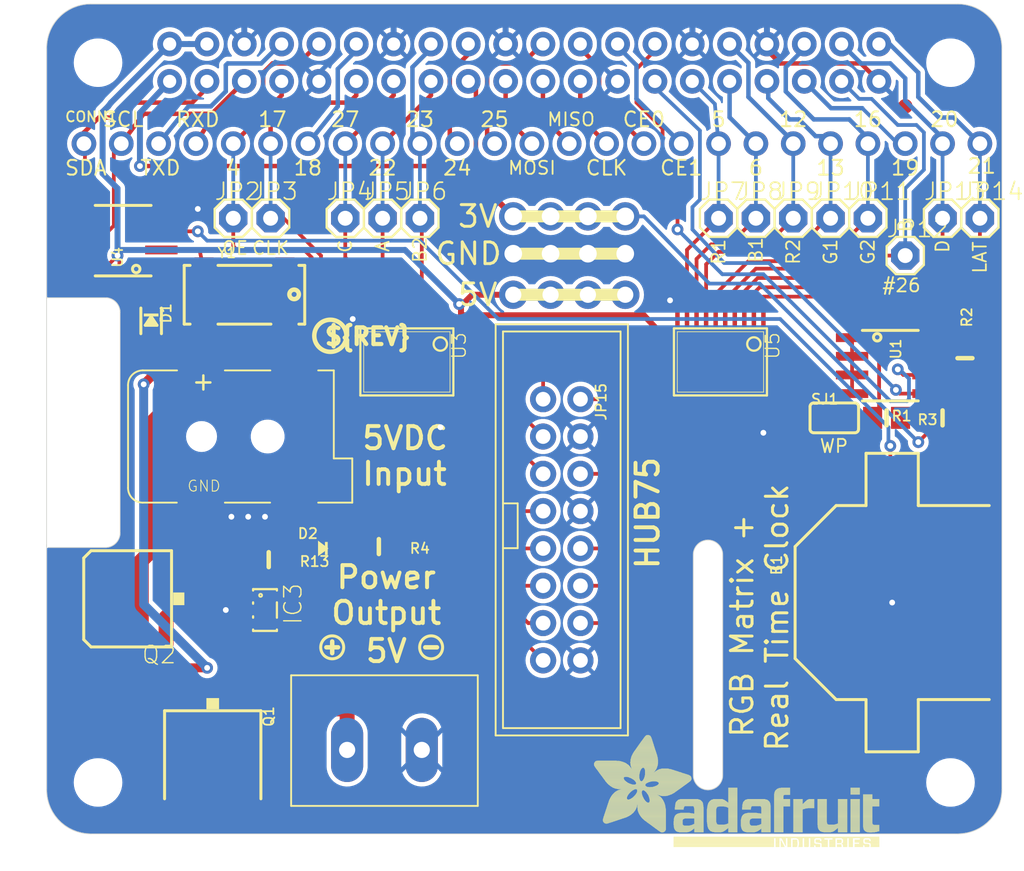
<source format=kicad_pcb>
(kicad_pcb (version 20221018) (generator pcbnew)
  (layers (0 "F.Cu" signal) (31 "B.Cu" signal) (34 "B.Paste" user) (35 "F.Paste" user) (36 "B.SilkS" user "B.Silkscreen") (37 "F.SilkS" user "F.Silkscreen") (38 "B.Mask" user) (39 "F.Mask" user) (44 "Edge.Cuts" user))
  (net 0 "")
  (net 1 "5.0V")
  (net 2 "SDA")
  (net 3 "SCL")
  (net 4 "GPIO4")
  (net 5 "GPIO17")
  (net 6 "GPIO27")
  (net 7 "GPIO22")
  (net 8 "SPI_MOSI")
  (net 9 "SPI_MISO")
  (net 10 "SPI_SCLK")
  (net 11 "GPIO5")
  (net 12 "GPIO6")
  (net 13 "GPIO13")
  (net 14 "GPIO19")
  (net 15 "GPIO26")
  (net 16 "3.3V")
  (net 17 "GND")
  (net 18 "TXD")
  (net 19 "RXD")
  (net 20 "GPIO18")
  (net 21 "GPIO24")
  (net 22 "GPIO25")
  (net 23 "SPI_CE0")
  (net 24 "SPI_CE1")
  (net 25 "EECLK")
  (net 26 "GPIO16")
  (net 27 "GPIO20")
  (net 28 "GPIO21")
  (net 29 "GPIO23")
  (net 30 "EEDATA")
  (net 31 "GPIO12")
  (net 32 "N$16")
  (net 33 "M1_R1")
  (net 34 "M1_B1")
  (net 35 "M1_R2")
  (net 36 "M1_B2")
  (net 37 "M1_A")
  (net 38 "M1_C")
  (net 39 "CLK")
  (net 40 "OE")
  (net 41 "LAT")
  (net 42 "M1_D")
  (net 43 "M1_B")
  (net 44 "M1_G2")
  (net 45 "M1_G1")
  (net 46 "N$14")
  (net 47 "N$1")
  (net 48 "N$6")
  (net 49 "5VIN")
  (net 50 "N$5")
  (net 51 "N$7")
  (net 52 "N$2")
  (net 53 "N$3")
  (net 54 "+5V")
  (net 55 "N$4")
  (footprint "working:1X01" (layer "F.Cu") (at 161.7211 91.3436)
    (fp_text reference "JP7")
    (fp_text value "")
  )
  (footprint "working:0805-NO" (layer "F.Cu") (at 173.1511 104.9326)
    (fp_text reference "R3")
    (fp_text value "3.9K")
  )
  (footprint "working:SOT23-6" (layer "F.Cu") (at 130.8601 118.0136 -90)
    (fp_text reference "IC3")
    (fp_text value "MAX4866T")
  )
  (footprint "working:1X01" (layer "F.Cu") (at 179.5011 91.3436)
    (fp_text reference "JP14")
    (fp_text value "")
  )
  (footprint "working:SOIC8_150MIL" (layer "F.Cu") (at 121.2081 92.8676 90)
    (fp_text reference "U4")
    (fp_text value "DS1307")
  )
  (footprint "working:1X25_ROUND_70MIL" (layer "F.Cu") (at 149.0211 86.2636)
    (fp_text reference "CONN1")
    (fp_text value "HEADER-1X25")
  )
  (footprint "working:1X01" (layer "F.Cu") (at 166.8011 91.3436)
    (fp_text reference "JP9")
    (fp_text value "")
  )
  (footprint "working:1X01" (layer "F.Cu") (at 174.4211 93.8836)
    (fp_text reference "JP12")
    (fp_text value "")
  )
  (footprint "working:FIDUCIAL_1MM" (layer "F.Cu") (at 120.3191 123.7286)
    (fp_text reference "FID2" hide)
    (fp_text value "FIDUCIAL\"\"" hide)
  )
  (footprint "working:1X01" (layer "F.Cu") (at 138.8611 91.3436)
    (fp_text reference "JP5")
    (fp_text value "")
  )
  (footprint "working:FIDUCIAL_1MM" (layer "F.Cu") (at 174.4211 83.7236)
    (fp_text reference "FID3" hide)
    (fp_text value "FIDUCIAL\"\"" hide)
  )
  (footprint "working:CR1220" (layer "F.Cu") (at 173.5321 117.5056 -90)
    (fp_text reference "B1")
    (fp_text value "CR1220")
  )
  (footprint "working:0805-NO" (layer "F.Cu") (at 131.1141 114.5846)
    (fp_text reference "R13")
    (fp_text value "1K")
  )
  (footprint "working:0805-NO" (layer "F.Cu") (at 178.4851 100.8686 90)
    (fp_text reference "R2")
    (fp_text value "3.9K")
  )
  (footprint "working:CRYSTAL_8X3.8" (layer "F.Cu") (at 129.4631 96.5506)
    (fp_text reference "Y1")
    (fp_text value "32.768kHz")
  )
  (footprint "working:1X01" (layer "F.Cu") (at 131.2411 91.3436)
    (fp_text reference "JP3")
    (fp_text value "")
  )
  (footprint "working:SOIC8_150MIL" (layer "F.Cu") (at 173.4051 101.3766 -90)
    (fp_text reference "U1")
    (fp_text value "CAT24C32")
  )
  (footprint "working:1X01" (layer "F.Cu") (at 169.3411 91.3436)
    (fp_text reference "JP10")
    (fp_text value "")
  )
  (footprint "working:SYMBOL_PLUS" (layer "F.Cu") (at 135.4321 120.5536)
    (fp_text reference "U$10" hide)
    (fp_text value "" hide)
  )
  (footprint "working:PI_HAT_SLOTS" (layer "F.Cu") (at 116.0011 133.2536)
    (fp_text reference "RPI1" hide)
    (fp_text value "RASPBERRYPI_BPLUS_HATSLOTS" hide)
    (fp_line (start 0 -53.5) (end 0 -3) (stroke (width 0.05)) (layer "Edge.Cuts"))
    (fp_line (start 0.1 -19.5) (end 4 -19.5) (stroke (width 0.05)) (layer "Edge.Cuts"))
    (fp_line (start 3 0) (end 62 0) (stroke (width 0.05)) (layer "Edge.Cuts"))
    (fp_line (start 4 -36.5) (end 0 -36.5) (stroke (width 0.05)) (layer "Edge.Cuts"))
    (fp_line (start 5 -20.5) (end 5 -35.5) (stroke (width 0.05)) (layer "Edge.Cuts"))
    (fp_line (start 44 -4) (end 44 -19) (stroke (width 0.05)) (layer "Edge.Cuts"))
    (fp_line (start 46 -19) (end 46 -4) (stroke (width 0.05)) (layer "Edge.Cuts"))
    (fp_line (start 62 -56.5) (end 3 -56.5) (stroke (width 0.05)) (layer "Edge.Cuts"))
    (fp_line (start 65 -3) (end 65 -53.5) (stroke (width 0.05)) (layer "Edge.Cuts"))
    (fp_arc (start 0 -53.5) (mid 0.87868 -55.62132) (end 3 -56.5) (stroke (width 0.05)) (layer "Edge.Cuts"))
    (fp_arc (start 3 0) (mid 0.87868 -0.87868) (end 0 -3) (stroke (width 0.05)) (layer "Edge.Cuts"))
    (fp_arc (start 4 -36.5) (mid 4.707107 -36.207107) (end 5 -35.5) (stroke (width 0.05)) (layer "Edge.Cuts"))
    (fp_arc (start 5 -20.5) (mid 4.707107 -19.792893) (end 4 -19.5) (stroke (width 0.05)) (layer "Edge.Cuts"))
    (fp_arc (start 44 -19) (mid 44.292893 -19.707107) (end 45 -20) (stroke (width 0.05)) (layer "Edge.Cuts"))
    (fp_arc (start 45 -20) (mid 45.707107 -19.707107) (end 46 -19) (stroke (width 0.05)) (layer "Edge.Cuts"))
    (fp_arc (start 45 -3) (mid 44.292893 -3.292893) (end 44 -4) (stroke (width 0.05)) (layer "Edge.Cuts"))
    (fp_arc (start 46 -4) (mid 45.707107 -3.292893) (end 45 -3) (stroke (width 0.05)) (layer "Edge.Cuts"))
    (fp_arc (start 62 -56.5) (mid 64.12132 -55.62132) (end 65 -53.5) (stroke (width 0.05)) (layer "Edge.Cuts"))
    (fp_arc (start 65 -3) (mid 64.12132 -0.87868) (end 62 0) (stroke (width 0.05)) (layer "Edge.Cuts"))
  )
  (footprint "working:1X01" (layer "F.Cu") (at 176.9611 91.3436)
    (fp_text reference "JP13")
    (fp_text value "")
  )
  (footprint "working:SYMBOL_MINUS" (layer "F.Cu") (at 142.1631 120.5536)
    (fp_text reference "U$11" hide)
    (fp_text value "" hide)
  )
  (footprint "working:1X01" (layer "F.Cu") (at 136.3211 91.3436)
    (fp_text reference "JP4")
    (fp_text value "")
  )
  (footprint "working:D-PAK_TO252AA" (layer "F.Cu") (at 122.3511 117.2516 90)
    (fp_text reference "Q2")
    (fp_text value "AOD417")
  )
  (footprint "working:1X01" (layer "F.Cu") (at 171.8811 91.3436)
    (fp_text reference "JP11")
    (fp_text value "")
  )
  (footprint "working:1X01" (layer "F.Cu") (at 128.7011 91.3436)
    (fp_text reference "JP2")
    (fp_text value "")
  )
  (footprint "working:CHIPLED_0805_NOOUTLINE" (layer "F.Cu") (at 134.7971 113.8226 -90)
    (fp_text reference "D2")
    (fp_text value "green")
  )
  (footprint "working:1X01" (layer "F.Cu") (at 164.2611 91.3436)
    (fp_text reference "JP8")
    (fp_text value "")
  )
  (footprint "working:1X01" (layer "F.Cu") (at 141.4011 91.3436)
    (fp_text reference "JP6")
    (fp_text value "")
  )
  (footprint "working:SOD-123" (layer "F.Cu") (at 123.1131 98.3286 -90)
    (fp_text reference "D1")
    (fp_text value "MBR120")
  )
  (footprint "working:0805-NO" (layer "F.Cu") (at 138.6071 113.6956)
    (fp_text reference "R4")
    (fp_text value "1K")
  )
  (footprint "working:TERMBLOCK508" (layer "F.Cu") (at 138.9881 127.5386 180)
    (fp_text reference "MATRIX_PWR0" hide)
    (fp_text value "PINHEAD" hide)
  )
  (footprint "working:ADAFRUIT_TEXT_20MM" (layer "F.Cu") (at 153.0851 134.1426)
    (fp_text reference "U$12" hide)
    (fp_text value "" hide)
  )
  (footprint "working:0805-NO" (layer "F.Cu") (at 176.9611 104.9326 180)
    (fp_text reference "R1")
    (fp_text value "3.9K")
  )
  (footprint "working:FIDUCIAL_1MM" (layer "F.Cu") (at 117.9061 83.8506)
    (fp_text reference "FID1" hide)
    (fp_text value "FIDUCIAL\"\"" hide)
  )
  (footprint "working:2X08_SHROUDED" (layer "F.Cu") (at 151.0531 112.5526 -90)
    (fp_text reference "JP15")
    (fp_text value "")
  )
  (footprint "working:PCBFEAT-REV-056" (layer "F.Cu") (at 135.3051 99.3446)
    (fp_text reference "U$3" hide)
    (fp_text value "" hide)
  )
  (footprint "working:SOLDERJUMPER_CLOSEDWIRE" (layer "F.Cu") (at 169.5951 104.9326)
    (fp_text reference "SJ1")
    (fp_text value "WP")
  )
  (footprint "working:TSSOP20" (layer "F.Cu") (at 161.8481 101.1226 180)
    (fp_text reference "U5")
    (fp_text value "74AHCT245")
  )
  (footprint "working:DCJACK_2MM_SMT" (layer "F.Cu") (at 126.5421 106.2026)
    (fp_text reference "U2" hide)
    (fp_text value "2.1MMJACKSMT" hide)
  )
  (footprint "working:TSSOP20" (layer "F.Cu") (at 140.5121 101.1226 180)
    (fp_text reference "U3")
    (fp_text value "74AHCT245")
  )
  (footprint "working:TO252" (layer "F.Cu") (at 127.3041 127.0306 180)
    (fp_text reference "Q1")
    (fp_text value "AOD514")
  )
  (gr_line (start 147.7511 91.2166) (end 155.3711 91.2166) (stroke (width 0.8128)) (layer "F.SilkS"))
  (gr_line (start 147.7511 96.5506) (end 155.3711 96.5506) (stroke (width 0.8128)) (layer "F.SilkS"))
  (gr_line (start 147.7511 93.7566) (end 155.4981 93.7566) (stroke (width 0.8128)) (layer "F.SilkS"))
  (gr_line (start 116.0011 113.6956) (end 116.0011 113.5686) (stroke (width 0.05)) (layer "Edge.Cuts"))
  (gr_text "B2" (at 141.4011 93.5026 90) (layer "F.SilkS") (effects (font (size 0.89408 0.89408) (thickness 0.12192))))
  (gr_text "5" (at 161.7211 84.6126) (layer "F.SilkS") (effects (font (size 1.00584 1.00584) (thickness 0.13716))))
  (gr_text "5V" (at 145.3381 96.5506) (layer "F.SilkS") (effects (font (size 1.475232 1.475232) (thickness 0.201168))))
  (gr_text "C" (at 136.3211 93.2486 90) (layer "F.SilkS") (effects (font (size 0.89408 0.89408) (thickness 0.12192))))
  (gr_text "16" (at 171.8811 84.6126) (layer "F.SilkS") (effects (font (size 1.00584 1.00584) (thickness 0.13716))))
  (gr_text "HUB75" (at 156.8951 111.4096 90) (layer "F.SilkS") (effects (font (size 1.5113 1.5113) (thickness 0.2667))))
  (gr_text "CLK" (at 154.1011 87.9146) (layer "F.SilkS") (effects (font (size 1.00584 1.00584) (thickness 0.13716))))
  (gr_text "WP" (at 170.6111 106.3296) (layer "F.SilkS") (effects (font (size 0.89408 0.89408) (thickness 0.12192)) (justify right top)))
  (gr_text "B1" (at 164.2611 93.5026 90) (layer "F.SilkS") (effects (font (size 0.89408 0.89408) (thickness 0.12192))))
  (gr_text "TXD" (at 123.7481 87.9146) (layer "F.SilkS") (effects (font (size 1.00584 1.00584) (thickness 0.13716))))
  (gr_text "SCL" (at 121.2081 84.6126) (layer "F.SilkS") (effects (font (size 1.00584 1.00584) (thickness 0.13716))))
  (gr_text "MOSI" (at 149.0211 87.9146) (layer "F.SilkS") (effects (font (size 0.89408 0.89408) (thickness 0.12192))))
  (gr_text "20" (at 177.0881 84.6126) (layer "F.SilkS") (effects (font (size 1.00584 1.00584) (thickness 0.13716))))
  (gr_text "18" (at 133.7811 87.9146) (layer "F.SilkS") (effects (font (size 1.00584 1.00584) (thickness 0.13716))))
  (gr_text "5VDC\nInput" (at 137.3371 109.6316) (layer "F.SilkS") (effects (font (size 1.5113 1.5113) (thickness 0.2667)) (justify left bottom)))
  (gr_text "Power\nOutput" (at 139.1151 116.9976) (layer "F.SilkS") (effects (font (size 1.5113 1.5113) (thickness 0.2667))))
  (gr_text "RXD" (at 126.2881 84.6126) (layer "F.SilkS") (effects (font (size 1.00584 1.00584) (thickness 0.13716))))
  (gr_text "5V" (at 139.1151 120.8076) (layer "F.SilkS") (effects (font (size 1.5113 1.5113) (thickness 0.2667))))
  (gr_text "A" (at 138.8611 93.2486 90) (layer "F.SilkS") (effects (font (size 0.89408 0.89408) (thickness 0.12192))))
  (gr_text "LAT" (at 179.5011 94.0106 90) (layer "F.SilkS") (effects (font (size 0.89408 0.89408) (thickness 0.12192))))
  (gr_text "MISO" (at 151.6881 84.6126) (layer "F.SilkS") (effects (font (size 0.89408 0.89408) (thickness 0.12192))))
  (gr_text "B" (at 174.4211 91.8516 90) (layer "F.SilkS") (effects (font (size 0.89408 0.89408) (thickness 0.12192))))
  (gr_text "23" (at 141.4011 84.6126) (layer "F.SilkS") (effects (font (size 1.00584 1.00584) (thickness 0.13716))))
  (gr_text "12" (at 166.8011 84.6126) (layer "F.SilkS") (effects (font (size 1.00584 1.00584) (thickness 0.13716))))
  (gr_text "RGB Matrix + \nReal Time Clock" (at 164.5151 118.5216 90) (layer "F.SilkS") (effects (font (size 1.475232 1.475232) (thickness 0.201168))))
  (gr_text "6" (at 164.2611 87.9146) (layer "F.SilkS") (effects (font (size 1.00584 1.00584) (thickness 0.13716))))
  (gr_text "24" (at 143.9411 87.9146) (layer "F.SilkS") (effects (font (size 1.00584 1.00584) (thickness 0.13716))))
  (gr_text "R2" (at 166.8011 93.6296 90) (layer "F.SilkS") (effects (font (size 0.89408 0.89408) (thickness 0.12192))))
  (gr_text "CE0" (at 156.6411 84.6126) (layer "F.SilkS") (effects (font (size 1.00584 1.00584) (thickness 0.13716))))
  (gr_text "OE" (at 128.8281 93.3756) (layer "F.SilkS") (effects (font (size 0.89408 0.89408) (thickness 0.12192))))
  (gr_text "G2" (at 171.8811 93.6296 90) (layer "F.SilkS") (effects (font (size 0.89408 0.89408) (thickness 0.12192))))
  (gr_text "21" (at 179.6281 87.7876) (layer "F.SilkS") (effects (font (size 1.00584 1.00584) (thickness 0.13716))))
  (gr_text "SDA" (at 118.6681 87.9146) (layer "F.SilkS") (effects (font (size 1.00584 1.00584) (thickness 0.13716))))
  (gr_text "22" (at 138.8611 87.9146) (layer "F.SilkS") (effects (font (size 1.00584 1.00584) (thickness 0.13716))))
  (gr_text "CE1" (at 159.1811 87.9146) (layer "F.SilkS") (effects (font (size 1.00584 1.00584) (thickness 0.13716))))
  (gr_text "G1" (at 169.3411 93.6296 90) (layer "F.SilkS") (effects (font (size 0.89408 0.89408) (thickness 0.12192))))
  (gr_text "17" (at 131.3681 84.6126) (layer "F.SilkS") (effects (font (size 1.00584 1.00584) (thickness 0.13716))))
  (gr_text "3V" (at 145.3381 91.2166) (layer "F.SilkS") (effects (font (size 1.475232 1.475232) (thickness 0.201168))))
  (gr_text "19" (at 174.4211 87.9146) (layer "F.SilkS") (effects (font (size 1.00584 1.00584) (thickness 0.13716))))
  (gr_text "CLK" (at 131.2411 93.3756) (layer "F.SilkS") (effects (font (size 0.89408 0.89408) (thickness 0.12192))))
  (gr_text "R1" (at 161.7211 93.6296 90) (layer "F.SilkS") (effects (font (size 0.89408 0.89408) (thickness 0.12192))))
  (gr_text "25" (at 146.4811 84.6126) (layer "F.SilkS") (effects (font (size 1.00584 1.00584) (thickness 0.13716))))
  (gr_text "13" (at 169.3411 87.9146) (layer "F.SilkS") (effects (font (size 1.00584 1.00584) (thickness 0.13716))))
  (gr_text "#26" (at 174.1671 95.9156) (layer "F.SilkS") (effects (font (size 0.89408 0.89408) (thickness 0.12192))))
  (gr_text "GND" (at 144.7031 93.7566) (layer "F.SilkS") (effects (font (size 1.475232 1.475232) (thickness 0.201168))))
  (gr_text "4" (at 128.7011 87.9146) (layer "F.SilkS") (effects (font (size 1.00584 1.00584) (thickness 0.13716))))
  (gr_text "D" (at 176.9611 93.2486 90) (layer "F.SilkS") (effects (font (size 0.89408 0.89408) (thickness 0.12192))))
  (gr_text "27" (at 136.3211 84.6126) (layer "F.SilkS") (effects (font (size 1.00584 1.00584) (thickness 0.13716))))
  (segment (start 133.4001 113.4416) (end 133.6541 113.6956) (width 0.254) (layer "F.Cu") (net 1))
  (segment (start 133.6541 113.6956) (end 133.7471 113.6956) (width 0.4064) (layer "F.Cu") (net 1))
  (segment (start 125.3041 121.9506) (end 125.0241 122.2306) (width 0.6096) (layer "F.Cu") (net 1))
  (segment (start 133.6541 113.6956) (end 133.6541 124.7446) (width 0.254) (layer "F.Cu") (net 1))
  (segment (start 123.1131 100.1786) (end 123.1131 102.1386) (width 0.6096) (layer "F.Cu") (net 1))
  (segment (start 126.9231 121.9506) (end 125.3041 121.9506) (width 0.6096) (layer "F.Cu") (net 1))
  (segment (start 125.0241 123.3536) (end 126.4151 124.7446) (width 1.016) (layer "F.Cu") (net 1))
  (segment (start 136.4481 124.7446) (end 136.4481 127.5386) (width 1.016) (layer "F.Cu") (net 1))
  (segment (start 133.6541 124.7446) (end 136.4481 124.7446) (width 1.016) (layer "F.Cu") (net 1))
  (segment (start 123.1131 102.1386) (end 122.6051 102.6466) (width 0.6096) (layer "F.Cu") (net 1))
  (segment (start 125.0241 122.2306) (end 125.0241 123.3536) (width 1.016) (layer "F.Cu") (net 1))
  (segment (start 126.4151 124.7446) (end 133.6541 124.7446) (width 1.016) (layer "F.Cu") (net 1))
  (segment (start 133.7471 113.6956) (end 133.7471 113.8226) (width 0.4064) (layer "F.Cu") (net 1))
  (via (at 126.9231 121.9506) (size 0.8001) (drill 0.3937) (layers "F.Cu" "B.Cu") (net 1))
  (via (at 122.6051 102.6466) (size 0.8001) (drill 0.3937) (layers "F.Cu" "B.Cu") (net 1))
  (segment (start 122.6051 117.6326) (end 126.9231 121.9506) (width 0.6096) (layer "B.Cu") (net 1))
  (segment (start 122.6051 102.6466) (end 122.6051 117.6326) (width 0.6096) (layer "B.Cu") (net 1))
  (segment (start 118.6081 90.9626) (end 118.6081 86.3306) (width 0.254) (layer "F.Cu") (net 2))
  (segment (start 121.8431 83.4696) (end 125.9071 83.4696) (width 0.3048) (layer "F.Cu") (net 2))
  (segment (start 118.5411 85.5016) (end 119.5571 84.4856) (width 0.3048) (layer "F.Cu") (net 2))
  (segment (start 118.5411 86.2636) (end 118.5411 85.5016) (width 0.3048) (layer "F.Cu") (net 2))
  (segment (start 120.8271 84.4856) (end 121.8431 83.4696) (width 0.3048) (layer "F.Cu") (net 2))
  (segment (start 126.9111 82.4656) (end 126.9111 82.0236) (width 0.3048) (layer "F.Cu") (net 2))
  (segment (start 119.5571 84.4856) (end 120.8271 84.4856) (width 0.3048) (layer "F.Cu") (net 2))
  (segment (start 118.6081 86.3306) (end 118.5411 86.2636) (width 0.254) (layer "F.Cu") (net 2))
  (segment (start 125.9071 83.4696) (end 126.9111 82.4656) (width 0.3048) (layer "F.Cu") (net 2))
  (segment (start 122.6051 84.2316) (end 127.2431 84.2316) (width 0.3048) (layer "F.Cu") (net 3))
  (segment (start 127.2431 84.2316) (end 129.4511 82.0236) (width 0.3048) (layer "F.Cu") (net 3))
  (segment (start 120.1921 92.2326) (end 118.6081 92.2326) (width 0.254) (layer "F.Cu") (net 3))
  (segment (start 121.0811 86.2636) (end 122.6051 84.2316) (width 0.3048) (layer "F.Cu") (net 3))
  (segment (start 120.5731 91.8516) (end 120.1921 92.2326) (width 0.254) (layer "F.Cu") (net 3))
  (segment (start 120.5731 86.7716) (end 120.5731 91.8516) (width 0.254) (layer "F.Cu") (net 3))
  (segment (start 121.0811 86.2636) (end 120.5731 86.7716) (width 0.254) (layer "F.Cu") (net 3))
  (segment (start 128.9551 93.5026) (end 133.5271 93.5026) (width 0.254) (layer "F.Cu") (net 4))
  (segment (start 138.2261 97.4396) (end 138.2261 98.1938) (width 0.254) (layer "F.Cu") (net 4))
  (segment (start 137.8451 97.0586) (end 138.2261 97.4396) (width 0.254) (layer "F.Cu") (net 4))
  (segment (start 128.7011 86.2636) (end 131.9911 82.9736) (width 0.3048) (layer "F.Cu") (net 4))
  (segment (start 134.0351 95.1536) (end 135.9401 97.0586) (width 0.254) (layer "F.Cu") (net 4))
  (segment (start 128.7011 93.2486) (end 128.9551 93.5026) (width 0.254) (layer "F.Cu") (net 4))
  (segment (start 135.9401 97.0586) (end 137.8451 97.0586) (width 0.254) (layer "F.Cu") (net 4))
  (segment (start 133.5271 93.5026) (end 134.0351 94.0106) (width 0.254) (layer "F.Cu") (net 4))
  (segment (start 134.0351 94.0106) (end 134.0351 95.1536) (width 0.254) (layer "F.Cu") (net 4))
  (segment (start 128.7011 91.3436) (end 128.7011 93.2486) (width 0.254) (layer "F.Cu") (net 4))
  (segment (start 138.2261 98.1938) (end 138.2371 98.2048) (width 0.254) (layer "F.Cu") (net 4))
  (segment (start 131.9911 82.9736) (end 131.9911 82.0236) (width 0.3048) (layer "F.Cu") (net 4))
  (segment (start 128.7011 86.2636) (end 128.7011 91.3436) (width 0.254) (layer "B.Cu") (net 4))
  (segment (start 136.5751 83.4696) (end 137.0711 82.9736) (width 0.3048) (layer "F.Cu") (net 5))
  (segment (start 132.1301 91.3436) (end 134.6701 93.8836) (width 0.254) (layer "F.Cu") (net 5))
  (segment (start 131.2411 91.3436) (end 132.1301 91.3436) (width 0.254) (layer "F.Cu") (net 5))
  (segment (start 134.6701 93.8836) (end 134.6701 94.8996) (width 0.254) (layer "F.Cu") (net 5))
  (segment (start 136.1941 96.4236) (end 137.9721 96.4236) (width 0.254) (layer "F.Cu") (net 5))
  (segment (start 131.2411 86.2636) (end 131.2411 84.9936) (width 0.3048) (layer "F.Cu") (net 5))
  (segment (start 134.6701 94.8996) (end 136.1941 96.4236) (width 0.254) (layer "F.Cu") (net 5))
  (segment (start 138.8611 98.1788) (end 138.8871 98.2048) (width 0.254) (layer "F.Cu") (net 5))
  (segment (start 132.7651 83.4696) (end 136.5751 83.4696) (width 0.3048) (layer "F.Cu") (net 5))
  (segment (start 138.8611 97.3126) (end 138.8611 98.1788) (width 0.254) (layer "F.Cu") (net 5))
  (segment (start 131.2411 84.9936) (end 132.7651 83.4696) (width 0.3048) (layer "F.Cu") (net 5))
  (segment (start 137.0711 82.9736) (end 137.0711 82.0236) (width 0.3048) (layer "F.Cu") (net 5))
  (segment (start 137.9721 96.4236) (end 138.8611 97.3126) (width 0.254) (layer "F.Cu") (net 5))
  (segment (start 131.2411 91.3436) (end 131.2411 86.2636) (width 0.254) (layer "B.Cu") (net 5))
  (segment (start 139.5371 98.2048) (end 139.5371 97.2266) (width 0.254) (layer "F.Cu") (net 6))
  (segment (start 136.3211 94.0106) (end 139.5371 97.2266) (width 0.254) (layer "F.Cu") (net 6))
  (segment (start 136.3211 91.3436) (end 136.3211 94.0106) (width 0.254) (layer "F.Cu") (net 6))
  (segment (start 139.6111 82.9736) (end 139.6111 82.0236) (width 0.3048) (layer "F.Cu") (net 6))
  (segment (start 136.3211 86.2636) (end 139.6111 82.9736) (width 0.3048) (layer "F.Cu") (net 6))
  (segment (start 136.3211 91.3436) (end 136.3211 86.2636) (width 0.254) (layer "B.Cu") (net 6))
  (segment (start 140.1871 96.4796) (end 138.8611 95.1536) (width 0.254) (layer "F.Cu") (net 7))
  (segment (start 140.1871 98.2048) (end 140.1871 96.4796) (width 0.254) (layer "F.Cu") (net 7))
  (segment (start 138.8611 86.2636) (end 142.1511 82.9736) (width 0.3048) (layer "F.Cu") (net 7))
  (segment (start 142.1511 82.9736) (end 142.1511 82.0236) (width 0.3048) (layer "F.Cu") (net 7))
  (segment (start 138.8611 95.1536) (end 138.8611 91.3436) (width 0.254) (layer "F.Cu") (net 7))
  (segment (start 138.8611 91.3436) (end 138.8611 86.2636) (width 0.254) (layer "B.Cu") (net 7))
  (segment (start 147.2311 84.4736) (end 147.2311 82.0236) (width 0.3048) (layer "F.Cu") (net 8))
  (segment (start 149.0211 86.2636) (end 147.2311 84.4736) (width 0.3048) (layer "F.Cu") (net 8))
  (segment (start 149.7711 84.4736) (end 149.7711 82.0236) (width 0.3048) (layer "F.Cu") (net 9))
  (segment (start 151.5611 86.2636) (end 149.7711 84.4736) (width 0.3048) (layer "F.Cu") (net 9))
  (segment (start 154.1011 86.2636) (end 152.3111 84.4736) (width 0.3048) (layer "F.Cu") (net 10))
  (segment (start 152.3111 84.4736) (end 152.3111 82.0236) (width 0.3048) (layer "F.Cu") (net 10))
  (segment (start 159.5731 98.2048) (end 159.5731 93.4916) (width 0.254) (layer "F.Cu") (net 11))
  (segment (start 159.5731 93.4916) (end 161.7211 91.3436) (width 0.254) (layer "F.Cu") (net 11))
  (segment (start 161.4671 83.5596) (end 161.7211 86.2636) (width 0.254) (layer "B.Cu") (net 11))
  (segment (start 161.7211 91.3436) (end 161.7211 86.2636) (width 0.254) (layer "B.Cu") (net 11))
  (segment (start 159.9311 82.0236) (end 161.4671 83.5596) (width 0.254) (layer "B.Cu") (net 11))
  (segment (start 162.4831 93.1216) (end 164.2611 91.3436) (width 0.254) (layer "F.Cu") (net 12))
  (segment (start 161.2131 93.1216) (end 162.4831 93.1216) (width 0.254) (layer "F.Cu") (net 12))
  (segment (start 160.2231 98.2048) (end 160.2231 94.1116) (width 0.254) (layer "F.Cu") (net 12))
  (segment (start 160.2231 94.1116) (end 161.2131 93.1216) (width 0.254) (layer "F.Cu") (net 12))
  (segment (start 164.2611 86.2636) (end 164.2611 91.3436) (width 0.254) (layer "B.Cu") (net 12))
  (segment (start 162.4711 84.4736) (end 164.2611 86.2636) (width 0.3048) (layer "B.Cu") (net 12))
  (segment (start 162.4711 82.0236) (end 162.4711 84.4736) (width 0.3048) (layer "B.Cu") (net 12))
  (segment (start 166.4201 94.2646) (end 168.8331 91.5976) (width 0.254) (layer "F.Cu") (net 13))
  (segment (start 163.7531 94.2646) (end 166.4201 94.2646) (width 0.254) (layer "F.Cu") (net 13))
  (segment (start 161.5231 98.2048) (end 161.5231 96.4946) (width 0.254) (layer "F.Cu") (net 13))
  (segment (start 161.5231 96.4946) (end 163.7531 94.2646) (width 0.254) (layer "F.Cu") (net 13))
  (segment (start 169.0871 91.5976) (end 169.3411 91.3436) (width 0.254) (layer "F.Cu") (net 13))
  (segment (start 168.8331 91.5976) (end 169.0871 91.5976) (width 0.254) (layer "F.Cu") (net 13))
  (segment (start 168.3251 85.7556) (end 168.8331 85.7556) (width 0.3048) (layer "B.Cu") (net 13))
  (segment (start 167.1821 84.6126) (end 168.3251 85.7556) (width 0.3048) (layer "B.Cu") (net 13))
  (segment (start 165.0111 82.0236) (end 165.1011 82.0236) (width 0.3048) (layer "B.Cu") (net 13))
  (segment (start 169.3411 86.2636) (end 169.3411 91.3436) (width 0.254) (layer "B.Cu") (net 13))
  (segment (start 165.1011 82.0236) (end 165.1011 83.1666) (width 0.3048) (layer "B.Cu") (net 13))
  (segment (start 168.8331 85.7556) (end 169.3411 86.2636) (width 0.3048) (layer "B.Cu") (net 13))
  (segment (start 165.1011 83.1666) (end 166.5471 84.6126) (width 0.3048) (layer "B.Cu") (net 13))
  (segment (start 166.5471 84.6126) (end 167.1821 84.6126) (width 0.3048) (layer "B.Cu") (net 13))
  (segment (start 173.6591 86.0096) (end 174.4211 86.2636) (width 0.254) (layer "B.Cu") (net 14))
  (segment (start 167.5511 82.0236) (end 169.3781 83.8506) (width 0.3048) (layer "B.Cu") (net 14))
  (segment (start 169.3781 83.8506) (end 171.5001 83.8506) (width 0.3048) (layer "B.Cu") (net 14))
  (segment (start 171.5001 83.8506) (end 173.6591 86.0096) (width 0.254) (layer "B.Cu") (net 14))
  (segment (start 162.8231 98.2048) (end 162.8231 96.9726) (width 0.254) (layer "F.Cu") (net 15))
  (segment (start 162.8231 96.9726) (end 164.3881 95.4076) (width 0.254) (layer "F.Cu") (net 15))
  (segment (start 164.3881 95.4076) (end 169.4681 95.4076) (width 0.254) (layer "F.Cu") (net 15))
  (segment (start 170.9921 93.8836) (end 174.4211 93.8836) (width 0.254) (layer "F.Cu") (net 15))
  (segment (start 169.4681 95.4076) (end 170.9921 93.8836) (width 0.254) (layer "F.Cu") (net 15))
  (segment (start 174.4211 93.8836) (end 174.4211 89.3116) (width 0.254) (layer "B.Cu") (net 15))
  (segment (start 174.4211 89.3116) (end 175.6911 88.0416) (width 0.254) (layer "B.Cu") (net 15))
  (segment (start 175.6911 85.5016) (end 175.1831 84.9936) (width 0.254) (layer "B.Cu") (net 15))
  (segment (start 173.9131 84.9936) (end 172.1351 83.2156) (width 0.254) (layer "B.Cu") (net 15))
  (segment (start 175.6911 88.0416) (end 175.6911 85.5016) (width 0.254) (layer "B.Cu") (net 15))
  (segment (start 175.1831 84.9936) (end 173.9131 84.9936) (width 0.254) (layer "B.Cu") (net 15))
  (segment (start 172.1351 83.2156) (end 171.2831 83.2156) (width 0.254) (layer "B.Cu") (net 15))
  (segment (start 171.2831 83.2156) (end 170.0911 82.0236) (width 0.254) (layer "B.Cu") (net 15))
  (segment (start 178.0381 99.4716) (end 176.0051 99.4716) (width 0.254) (layer "F.Cu") (net 16))
  (segment (start 144.3221 87.7876) (end 122.3511 87.7876) (width 0.3048) (layer "F.Cu") (net 16))
  (segment (start 176.0721 105.8216) (end 175.3101 106.5836) (width 0.254) (layer "F.Cu") (net 16))
  (segment (start 176.7071 106.4566) (end 178.8661 106.4566) (width 0.254) (layer "F.Cu") (net 16))
  (segment (start 178.8661 106.4566) (end 179.7551 105.5676) (width 0.254) (layer "F.Cu") (net 16))
  (segment (start 174.1011 104.9326) (end 176.0111 104.9326) (width 0.254) (layer "F.Cu") (net 16))
  (segment (start 144.3221 87.7876) (end 147.7511 91.2166) (width 0.4064) (layer "F.Cu") (net 16))
  (segment (start 178.4851 99.9186) (end 178.0381 99.4716) (width 0.254) (layer "F.Cu") (net 16))
  (segment (start 176.0111 105.7606) (end 176.0721 105.8216) (width 0.254) (layer "F.Cu") (net 16))
  (segment (start 176.0111 104.9326) (end 176.0111 105.7606) (width 0.254) (layer "F.Cu") (net 16))
  (segment (start 144.6911 82.0236) (end 145.2111 82.5436) (width 0.3048) (layer "F.Cu") (net 16))
  (segment (start 145.2111 82.5436) (end 145.2111 86.8986) (width 0.3048) (layer "F.Cu") (net 16))
  (segment (start 179.4401 99.9186) (end 178.4851 99.9186) (width 0.254) (layer "F.Cu") (net 16))
  (segment (start 179.7551 100.2336) (end 179.4401 99.9186) (width 0.254) (layer "F.Cu") (net 16))
  (segment (start 179.7551 105.5676) (end 179.7551 100.2336) (width 0.254) (layer "F.Cu") (net 16))
  (segment (start 176.0721 105.8216) (end 176.7071 106.4566) (width 0.254) (layer "F.Cu") (net 16))
  (segment (start 145.2111 86.8986) (end 144.3221 87.7876) (width 0.3048) (layer "F.Cu") (net 16))
  (via (at 122.3511 87.7876) (size 0.8001) (drill 0.3937) (layers "F.Cu" "B.Cu") (net 16))
  (via (at 175.3101 106.5836) (size 0.8001) (drill 0.3937) (layers "F.Cu" "B.Cu") (net 16))
  (via (at 155.3711 91.2166) (size 1.9304) (drill 1.2) (layers "F.Cu" "B.Cu") (net 16))
  (via (at 147.7511 91.2166) (size 1.9304) (drill 1.2) (layers "F.Cu" "B.Cu") (net 16))
  (via (at 150.2911 91.2166) (size 1.9304) (drill 1.2) (layers "F.Cu" "B.Cu") (net 16))
  (via (at 152.8311 91.2166) (size 1.9304) (drill 1.2) (layers "F.Cu" "B.Cu") (net 16))
  (segment (start 164.5151 95.7886) (end 161.0861 95.7886) (width 0.254) (layer "B.Cu") (net 16))
  (segment (start 150.2911 91.2166) (end 152.8311 91.2166) (width 0.8128) (layer "B.Cu") (net 16))
  (segment (start 122.3511 87.6606) (end 122.4781 87.9146) (width 0.4064) (layer "B.Cu") (net 16))
  (segment (start 122.3511 87.7876) (end 122.4781 87.9146) (width 0.4064) (layer "B.Cu") (net 16))
  (segment (start 122.3511 84.1706) (end 122.3511 87.6606) (width 0.4064) (layer "B.Cu") (net 16))
  (segment (start 147.7511 91.2166) (end 150.2911 91.2166) (width 0.8128) (layer "B.Cu") (net 16))
  (segment (start 152.8311 91.2166) (end 155.3711 91.2166) (width 0.8128) (layer "B.Cu") (net 16))
  (segment (start 124.3711 82.0236) (end 122.3511 84.1706) (width 0.4064) (layer "B.Cu") (net 16))
  (segment (start 175.3101 106.5836) (end 164.5151 95.7886) (width 0.254) (layer "B.Cu") (net 16))
  (segment (start 156.6411 91.2166) (end 155.3711 91.2166) (width 0.254) (layer "B.Cu") (net 16))
  (segment (start 161.0861 95.7886) (end 156.6411 91.2166) (width 0.254) (layer "B.Cu") (net 16))
  (segment (start 123.8081 90.9626) (end 126.0341 90.9626) (width 0.254) (layer "F.Cu") (net 17))
  (segment (start 167.8171 105.9486) (end 164.7691 105.9486) (width 0.254) (layer "F.Cu") (net 17))
  (segment (start 170.8051 99.4716) (end 170.8051 100.7416) (width 0.254) (layer "F.Cu") (net 17))
  (segment (start 142.7871 104.0404) (end 142.7871 99.5986) (width 0.254) (layer "F.Cu") (net 17))
  (segment (start 142.1371 98.2048) (end 142.1371 99.5986) (width 0.254) (layer "F.Cu") (net 17))
  (segment (start 170.8051 100.7416) (end 170.8051 102.0116) (width 0.254) (layer "F.Cu") (net 17))
  (segment (start 129.7171 114.5846) (end 129.7171 111.6636) (width 0.4064) (layer "F.Cu") (net 17))
  (segment (start 141.4871 99.5986) (end 142.0361 99.5986) (width 0.254) (layer "F.Cu") (net 17))
  (segment (start 133.3121 111.7026) (end 133.5271 111.9176) (width 1.016) (layer "F.Cu") (net 17))
  (segment (start 164.1231 105.3026) (end 164.7691 105.9486) (width 0.254) (layer "F.Cu") (net 17))
  (segment (start 126.5421 111.7026) (end 132.7421 111.7026) (width 1.016) (layer "F.Cu") (net 17))
  (segment (start 165.9121 80.8026) (end 171.4101 80.8026) (width 0.3048) (layer "F.Cu") (net 17))
  (segment (start 126.0341 90.9626) (end 126.2881 90.7086) (width 0.254) (layer "F.Cu") (net 17))
  (segment (start 137.5871 98.2048) (end 136.8323 98.2048) (width 0.254) (layer "F.Cu") (net 17))
  (segment (start 158.9231 98.2048) (end 158.9231 97.4356) (width 0.254) (layer "F.Cu") (net 17))
  (segment (start 126.5421 111.7026) (end 129.8051 111.7026) (width 0.254) (layer "F.Cu") (net 17))
  (segment (start 129.5601 118.0136) (end 128.1931 118.0136) (width 0.254) (layer "F.Cu") (net 17))
  (segment (start 142.7871 99.5986) (end 142.1371 99.5986) (width 0.254) (layer "F.Cu") (net 17))
  (segment (start 164.1231 104.0404) (end 164.1231 105.3026) (width 0.254) (layer "F.Cu") (net 17))
  (segment (start 133.5271 111.9176) (end 138.7341 111.9176) (width 0.4064) (layer "F.Cu") (net 17))
  (segment (start 168.8331 104.9326) (end 168.8331 103.6626) (width 0.254) (layer "F.Cu") (net 17))
  (segment (start 165.0111 79.4836) (end 165.0111 79.9016) (width 0.3048) (layer "F.Cu") (net 17))
  (segment (start 141.4871 98.2048) (end 141.4871 99.5986) (width 0.254) (layer "F.Cu") (net 17))
  (segment (start 139.4961 113.6346) (end 139.5571 113.6956) (width 0.4064) (layer "F.Cu") (net 17))
  (segment (start 129.8051 111.7026) (end 129.7171 111.6636) (width 0.254) (layer "F.Cu") (net 17))
  (segment (start 173.2781 118.1406) (end 173.5321 117.5056) (width 0.254) (layer "F.Cu") (net 17))
  (segment (start 132.9571 111.9176) (end 132.7421 111.7026) (width 1.016) (layer "F.Cu") (net 17))
  (segment (start 142.7871 104.2866) (end 142.7981 105.5676) (width 0.254) (layer "F.Cu") (net 17))
  (segment (start 130.1641 114.5846) (end 129.7171 114.5846) (width 0.4064) (layer "F.Cu") (net 17))
  (segment (start 168.8331 104.9326) (end 167.8171 105.9486) (width 0.254) (layer "F.Cu") (net 17))
  (segment (start 138.7341 111.9176) (end 139.4961 112.6796) (width 0.4064) (layer "F.Cu") (net 17))
  (segment (start 142.7981 99.5986) (end 142.7981 98.2048) (width 0.254) (layer "F.Cu") (net 17))
  (segment (start 142.1371 99.5986) (end 142.7981 99.5986) (width 0.254) (layer "F.Cu") (net 17))
  (segment (start 133.5271 111.9176) (end 132.9571 111.9176) (width 1.016) (layer "F.Cu") (net 17))
  (segment (start 142.7871 104.0404) (end 142.7871 104.2866) (width 0.254) (layer "F.Cu") (net 17))
  (segment (start 146.9891 93.7566) (end 147.7511 93.7566) (width 0.3048) (layer "F.Cu") (net 17))
  (segment (start 132.7421 111.7026) (end 133.3121 111.7026) (width 1.016) (layer "F.Cu") (net 17))
  (segment (start 142.7981 98.2048) (end 142.7871 98.2048) (width 0.254) (layer "F.Cu") (net 17))
  (segment (start 158.9231 97.4356) (end 158.4191 96.9316) (width 0.254) (layer "F.Cu") (net 17))
  (segment (start 142.1371 99.5986) (end 142.0361 99.5986) (width 0.254) (layer "F.Cu") (net 17))
  (segment (start 165.0111 79.9016) (end 165.9121 80.8026) (width 0.3048) (layer "F.Cu") (net 17))
  (segment (start 169.2141 103.2816) (end 170.8051 103.2816) (width 0.254) (layer "F.Cu") (net 17))
  (segment (start 139.4961 112.6796) (end 139.4961 113.6346) (width 0.4064) (layer "F.Cu") (net 17))
  (segment (start 168.8331 103.6626) (end 169.2141 103.2816) (width 0.254) (layer "F.Cu") (net 17))
  (segment (start 136.8323 98.2048) (end 136.8291 98.2016) (width 0.254) (layer "F.Cu") (net 17))
  (segment (start 171.4101 80.8026) (end 172.6311 82.0236) (width 0.3048) (layer "F.Cu") (net 17))
  (segment (start 170.8051 102.0116) (end 170.8051 103.2816) (width 0.254) (layer "F.Cu") (net 17))
  (via (at 130.8601 111.6636) (size 0.8001) (drill 0.3937) (layers "F.Cu" "B.Cu") (net 17))
  (via (at 158.4191 96.9316) (size 0.8001) (drill 0.3937) (layers "F.Cu" "B.Cu") (net 17))
  (via (at 128.5741 111.6636) (size 0.8001) (drill 0.3937) (layers "F.Cu" "B.Cu") (net 17))
  (via (at 152.8311 93.7566) (size 1.9304) (drill 1.2) (layers "F.Cu" "B.Cu") (net 17))
  (via (at 128.1931 118.0136) (size 0.8001) (drill 0.3937) (layers "F.Cu" "B.Cu") (net 17))
  (via (at 155.3711 93.7566) (size 1.9304) (drill 1.2) (layers "F.Cu" "B.Cu") (net 17))
  (via (at 150.2911 93.7566) (size 1.9304) (drill 1.2) (layers "F.Cu" "B.Cu") (net 17))
  (via (at 126.2881 90.7086) (size 0.8001) (drill 0.3937) (layers "F.Cu" "B.Cu") (net 17))
  (via (at 164.7691 105.9486) (size 0.8001) (drill 0.3937) (layers "F.Cu" "B.Cu") (net 17))
  (via (at 147.7511 93.7566) (size 1.9304) (drill 1.2) (layers "F.Cu" "B.Cu") (net 17))
  (via (at 129.7171 111.6636) (size 0.8001) (drill 0.3937) (layers "F.Cu" "B.Cu") (net 17))
  (via (at 136.8291 98.2016) (size 0.8001) (drill 0.3937) (layers "F.Cu" "B.Cu") (net 17))
  (via (at 173.5321 117.5056) (size 0.8001) (drill 0.3937) (layers "F.Cu" "B.Cu") (net 17))
  (via (at 142.7981 105.5676) (size 0.8001) (drill 0.3937) (layers "F.Cu" "B.Cu") (net 17))
  (segment (start 173.1511 117.6326) (end 173.5321 117.5056) (width 0.254) (layer "B.Cu") (net 17))
  (segment (start 155.3711 93.7566) (end 152.8311 93.7566) (width 0.8128) (layer "B.Cu") (net 17))
  (segment (start 135.8131 78.0086) (end 135.9401 77.8816) (width 0.3048) (layer "B.Cu") (net 17))
  (segment (start 159.9431 79.4836) (end 159.9311 79.4836) (width 0.4064) (layer "B.Cu") (net 17))
  (segment (start 135.9401 77.8816) (end 139.6111 77.8816) (width 0.4064) (layer "B.Cu") (net 17))
  (segment (start 134.5311 81.4496) (end 135.8131 80.1676) (width 0.3048) (layer "B.Cu") (net 17))
  (segment (start 136.8291 98.2016) (end 136.8291 98.3286) (width 0.254) (layer "B.Cu") (net 17))
  (segment (start 158.1651 96.9316) (end 158.0381 96.8046) (width 0.254) (layer "B.Cu") (net 17))
  (segment (start 129.4511 79.4836) (end 129.4511 77.8816) (width 0.4064) (layer "B.Cu") (net 17))
  (segment (start 165.0111 79.4836) (end 165.0111 77.8816) (width 0.4064) (layer "B.Cu") (net 17))
  (segment (start 164.7691 105.9486) (end 165.0231 105.9486) (width 0.254) (layer "B.Cu") (net 17))
  (segment (start 152.8311 93.7566) (end 150.2911 93.7566) (width 0.8128) (layer "B.Cu") (net 17))
  (segment (start 139.6111 77.8816) (end 147.2311 77.8816) (width 0.4064) (layer "B.Cu") (net 17))
  (segment (start 129.4511 77.8816) (end 135.9401 77.8816) (width 0.4064) (layer "B.Cu") (net 17))
  (segment (start 126.2881 90.7086) (end 126.2881 90.8356) (width 0.254) (layer "B.Cu") (net 17))
  (segment (start 136.8291 98.3286) (end 136.7021 98.4556) (width 0.254) (layer "B.Cu") (net 17))
  (segment (start 153.5931 80.7656) (end 153.5931 77.8816) (width 0.3048) (layer "B.Cu") (net 17))
  (segment (start 147.2311 79.4836) (end 147.2311 77.8816) (width 0.4064) (layer "B.Cu") (net 17))
  (segment (start 128.0661 118.0136) (end 127.9391 117.8866) (width 0.254) (layer "B.Cu") (net 17))
  (segment (start 129.7171 111.6636) (end 129.4631 111.6636) (width 0.254) (layer "B.Cu") (net 17))
  (segment (start 159.9431 77.8816) (end 159.9431 79.4836) (width 0.4064) (layer "B.Cu") (net 17))
  (segment (start 150.2911 93.7566) (end 147.7511 93.7566) (width 0.8128) (layer "B.Cu") (net 17))
  (segment (start 165.0231 105.9486) (end 165.2771 106.2026) (width 0.254) (layer "B.Cu") (net 17))
  (segment (start 135.8131 80.1676) (end 135.8131 78.0086) (width 0.3048) (layer "B.Cu") (net 17))
  (segment (start 134.5311 82.0236) (end 134.5311 81.4496) (width 0.3048) (layer "B.Cu") (net 17))
  (segment (start 128.1931 118.0136) (end 128.0661 118.0136) (width 0.254) (layer "B.Cu") (net 17))
  (segment (start 142.7981 105.5676) (end 142.6711 105.4406) (width 0.254) (layer "B.Cu") (net 17))
  (segment (start 153.5931 77.8816) (end 159.9431 77.8816) (width 0.4064) (layer "B.Cu") (net 17))
  (segment (start 154.8511 82.0236) (end 153.5931 80.7656) (width 0.3048) (layer "B.Cu") (net 17))
  (segment (start 139.6111 79.4836) (end 139.6111 77.8816) (width 0.4064) (layer "B.Cu") (net 17))
  (segment (start 165.0111 77.8816) (end 159.9431 77.8816) (width 0.4064) (layer "B.Cu") (net 17))
  (segment (start 126.2881 90.8356) (end 126.4151 90.9626) (width 0.254) (layer "B.Cu") (net 17))
  (segment (start 147.2311 77.8816) (end 153.5931 77.8816) (width 0.4064) (layer "B.Cu") (net 17))
  (segment (start 158.4191 96.9316) (end 158.1651 96.9316) (width 0.254) (layer "B.Cu") (net 17))
  (segment (start 128.1931 80.9296) (end 128.3201 80.8026) (width 0.3048) (layer "B.Cu") (net 18))
  (segment (start 128.3201 80.8026) (end 130.6061 80.8026) (width 0.3048) (layer "B.Cu") (net 18))
  (segment (start 127.1771 83.7236) (end 128.1931 82.7076) (width 0.3048) (layer "B.Cu") (net 18))
  (segment (start 131.9251 79.4836) (end 131.9911 79.4836) (width 0.3048) (layer "B.Cu") (net 18))
  (segment (start 125.6531 83.7236) (end 127.1771 83.7236) (width 0.3048) (layer "B.Cu") (net 18))
  (segment (start 123.6211 86.2636) (end 125.6531 83.7236) (width 0.3048) (layer "B.Cu") (net 18))
  (segment (start 130.6061 80.8026) (end 131.9251 79.4836) (width 0.3048) (layer "B.Cu") (net 18))
  (segment (start 128.1931 82.7076) (end 128.1931 80.9296) (width 0.3048) (layer "B.Cu") (net 18))
  (segment (start 131.3681 80.8026) (end 133.1461 80.8026) (width 0.3048) (layer "F.Cu") (net 19))
  (segment (start 127.4311 84.9936) (end 128.9551 83.4696) (width 0.3048) (layer "F.Cu") (net 19))
  (segment (start 129.9711 83.4696) (end 130.7331 82.7076) (width 0.3048) (layer "F.Cu") (net 19))
  (segment (start 130.7331 82.7076) (end 130.7331 81.4376) (width 0.3048) (layer "F.Cu") (net 19))
  (segment (start 126.1611 86.2636) (end 126.9231 84.9936) (width 0.3048) (layer "F.Cu") (net 19))
  (segment (start 134.4651 79.4836) (end 134.5311 79.4836) (width 0.3048) (layer "F.Cu") (net 19))
  (segment (start 130.7331 81.4376) (end 131.3681 80.8026) (width 0.3048) (layer "F.Cu") (net 19))
  (segment (start 128.9551 83.4696) (end 129.9711 83.4696) (width 0.3048) (layer "F.Cu") (net 19))
  (segment (start 126.9231 84.9936) (end 127.4311 84.9936) (width 0.3048) (layer "F.Cu") (net 19))
  (segment (start 133.1461 80.8026) (end 134.4651 79.4836) (width 0.3048) (layer "F.Cu") (net 19))
  (segment (start 135.8131 81.1836) (end 137.0711 79.9256) (width 0.3048) (layer "B.Cu") (net 20))
  (segment (start 133.7811 86.2636) (end 135.8131 83.7236) (width 0.3048) (layer "B.Cu") (net 20))
  (segment (start 135.8131 83.7236) (end 135.8131 81.1836) (width 0.3048) (layer "B.Cu") (net 20))
  (segment (start 137.0711 79.9256) (end 137.0711 79.4836) (width 0.3048) (layer "B.Cu") (net 20))
  (segment (start 143.9411 86.2636) (end 143.4331 85.7556) (width 0.3048) (layer "F.Cu") (net 21))
  (segment (start 143.4331 81.4376) (end 144.6911 80.1796) (width 0.3048) (layer "F.Cu") (net 21))
  (segment (start 143.4331 85.7556) (end 143.4331 81.4376) (width 0.3048) (layer "F.Cu") (net 21))
  (segment (start 144.6911 80.1796) (end 144.6911 79.4836) (width 0.3048) (layer "F.Cu") (net 21))
  (segment (start 146.6081 80.8026) (end 148.3861 80.8026) (width 0.3048) (layer "F.Cu") (net 22))
  (segment (start 145.9731 81.4376) (end 146.6081 80.8026) (width 0.3048) (layer "F.Cu") (net 22))
  (segment (start 146.4811 86.2636) (end 145.9731 85.7556) (width 0.3048) (layer "F.Cu") (net 22))
  (segment (start 149.7051 79.4836) (end 149.7711 79.4836) (width 0.3048) (layer "F.Cu") (net 22))
  (segment (start 148.3861 80.8026) (end 149.7051 79.4836) (width 0.3048) (layer "F.Cu") (net 22))
  (segment (start 145.9731 85.7556) (end 145.9731 81.4376) (width 0.3048) (layer "F.Cu") (net 22))
  (segment (start 156.6411 86.2636) (end 153.5931 83.2156) (width 0.3048) (layer "F.Cu") (net 23))
  (segment (start 153.5931 83.2156) (end 153.5931 81.0566) (width 0.3048) (layer "F.Cu") (net 23))
  (segment (start 153.5931 81.0566) (end 152.3111 79.7746) (width 0.3048) (layer "F.Cu") (net 23))
  (segment (start 152.3111 79.7746) (end 152.3111 79.4836) (width 0.3048) (layer "F.Cu") (net 23))
  (segment (start 154.8511 79.4836) (end 154.8511 79.6476) (width 0.3048) (layer "B.Cu") (net 24))
  (segment (start 156.1331 83.2156) (end 159.1811 86.2636) (width 0.3048) (layer "B.Cu") (net 24))
  (segment (start 156.1331 80.9296) (end 156.1331 83.2156) (width 0.3048) (layer "B.Cu") (net 24))
  (segment (start 154.8511 79.6476) (end 156.1331 80.9296) (width 0.3048) (layer "B.Cu") (net 24))
  (segment (start 157.3911 79.9256) (end 157.3911 79.4836) (width 0.254) (layer "F.Cu") (net 25))
  (segment (start 156.1331 81.1836) (end 157.3911 79.9256) (width 0.254) (layer "F.Cu") (net 25))
  (segment (start 178.2921 102.0116) (end 178.4851 101.8186) (width 0.254) (layer "F.Cu") (net 25))
  (segment (start 176.0051 102.0116) (end 178.2921 102.0116) (width 0.254) (layer "F.Cu") (net 25))
  (segment (start 157.9111 87.2796) (end 157.9111 85.2476) (width 0.254) (layer "F.Cu") (net 25))
  (segment (start 157.9111 87.2796) (end 158.9271 88.2956) (width 0.254) (layer "F.Cu") (net 25))
  (segment (start 158.9271 88.2956) (end 158.9271 92.1056) (width 0.254) (layer "F.Cu") (net 25))
  (segment (start 156.1331 83.4696) (end 156.1331 81.1836) (width 0.254) (layer "F.Cu") (net 25))
  (segment (start 157.9111 85.2476) (end 156.1331 83.4696) (width 0.254) (layer "F.Cu") (net 25))
  (segment (start 174.2941 102.0116) (end 176.0051 102.0116) (width 0.254) (layer "F.Cu") (net 25))
  (segment (start 173.9131 101.6306) (end 174.2941 102.0116) (width 0.254) (layer "F.Cu") (net 25))
  (via (at 173.9131 101.6306) (size 0.8001) (drill 0.3937) (layers "F.Cu" "B.Cu") (net 25))
  (via (at 158.9271 92.1056) (size 0.8001) (drill 0.3937) (layers "F.Cu" "B.Cu") (net 25))
  (segment (start 158.9271 92.1056) (end 161.9751 95.1536) (width 0.254) (layer "B.Cu") (net 25))
  (segment (start 173.4051 103.7896) (end 174.5481 103.7896) (width 0.254) (layer "B.Cu") (net 25))
  (segment (start 161.9751 95.1536) (end 164.7691 95.1536) (width 0.254) (layer "B.Cu") (net 25))
  (segment (start 174.5481 103.7896) (end 174.6751 103.6626) (width 0.254) (layer "B.Cu") (net 25))
  (segment (start 174.6751 102.2656) (end 174.0401 101.6306) (width 0.254) (layer "B.Cu") (net 25))
  (segment (start 174.6751 103.6626) (end 174.6751 102.2656) (width 0.254) (layer "B.Cu") (net 25))
  (segment (start 174.0401 101.6306) (end 173.9131 101.6306) (width 0.254) (layer "B.Cu") (net 25))
  (segment (start 164.7691 95.1536) (end 173.4051 103.7896) (width 0.254) (layer "B.Cu") (net 25))
  (segment (start 168.4521 94.7726) (end 171.8811 91.3436) (width 0.254) (layer "F.Cu") (net 26))
  (segment (start 162.1731 98.2048) (end 162.1731 96.8606) (width 0.254) (layer "F.Cu") (net 26))
  (segment (start 162.1731 96.8606) (end 164.2611 94.7726) (width 0.254) (layer "F.Cu") (net 26))
  (segment (start 164.2611 94.7726) (end 168.4521 94.7726) (width 0.254) (layer "F.Cu") (net 26))
  (segment (start 167.5511 79.4836) (end 167.5511 79.7986) (width 0.3048) (layer "B.Cu") (net 26))
  (segment (start 171.6271 85.6286) (end 171.8811 86.2636) (width 0.3048) (layer "B.Cu") (net 26))
  (segment (start 167.5511 79.7986) (end 166.2931 81.0566) (width 0.3048) (layer "B.Cu") (net 26))
  (segment (start 168.1981 84.6126) (end 170.6111 84.6126) (width 0.3048) (layer "B.Cu") (net 26))
  (segment (start 170.6111 84.6126) (end 171.6271 85.6286) (width 0.3048) (layer "B.Cu") (net 26))
  (segment (start 171.8811 86.2636) (end 171.8811 91.3436) (width 0.254) (layer "B.Cu") (net 26))
  (segment (start 166.2931 82.7076) (end 168.1981 84.6126) (width 0.3048) (layer "B.Cu") (net 26))
  (segment (start 166.2931 81.0566) (end 166.2931 82.7076) (width 0.3048) (layer "B.Cu") (net 26))
  (segment (start 174.5481 96.0426) (end 176.9611 93.6296) (width 0.254) (layer "F.Cu") (net 27))
  (segment (start 164.5151 96.0426) (end 174.5481 96.0426) (width 0.254) (layer "F.Cu") (net 27))
  (segment (start 163.4731 97.0846) (end 164.5151 96.0426) (width 0.254) (layer "F.Cu") (net 27))
  (segment (start 176.9611 93.6296) (end 176.9611 91.3436) (width 0.254) (layer "F.Cu") (net 27))
  (segment (start 163.4731 98.2048) (end 163.4731 97.0846) (width 0.254) (layer "F.Cu") (net 27))
  (segment (start 174.4211 81.8186) (end 174.4211 83.3426) (width 0.3048) (layer "B.Cu") (net 27))
  (segment (start 170.0911 79.4836) (end 171.4101 80.8026) (width 0.3048) (layer "B.Cu") (net 27))
  (segment (start 176.9611 91.3436) (end 176.9611 86.2636) (width 0.254) (layer "B.Cu") (net 27))
  (segment (start 171.4101 80.8026) (end 173.4051 80.8026) (width 0.3048) (layer "B.Cu") (net 27))
  (segment (start 173.4051 80.8026) (end 174.4211 81.8186) (width 0.3048) (layer "B.Cu") (net 27))
  (segment (start 174.4211 83.3426) (end 176.7071 85.6286) (width 0.3048) (layer "B.Cu") (net 27))
  (segment (start 176.7071 85.6286) (end 176.9611 86.2636) (width 0.3048) (layer "B.Cu") (net 27))
  (segment (start 179.5011 92.9946) (end 179.5011 91.3436) (width 0.254) (layer "F.Cu") (net 28))
  (segment (start 164.1231 97.3236) (end 164.7691 96.6776) (width 0.254) (layer "F.Cu") (net 28))
  (segment (start 164.7691 96.6776) (end 175.8181 96.6776) (width 0.254) (layer "F.Cu") (net 28))
  (segment (start 175.8181 96.6776) (end 179.5011 92.9946) (width 0.254) (layer "F.Cu") (net 28))
  (segment (start 164.1231 98.2048) (end 164.1231 97.3236) (width 0.254) (layer "F.Cu") (net 28))
  (segment (start 179.5011 86.2636) (end 179.5011 91.3436) (width 0.254) (layer "B.Cu") (net 28))
  (segment (start 177.7231 84.4856) (end 179.5011 86.2636) (width 0.3048) (layer "B.Cu") (net 28))
  (segment (start 172.6801 79.5326) (end 172.6311 79.4836) (width 0.3048) (layer "B.Cu") (net 28))
  (segment (start 175.3101 81.4376) (end 173.4051 79.5326) (width 0.3048) (layer "B.Cu") (net 28))
  (segment (start 176.7071 84.4856) (end 175.3101 83.0886) (width 0.3048) (layer "B.Cu") (net 28))
  (segment (start 175.3101 83.0886) (end 175.3101 81.4376) (width 0.3048) (layer "B.Cu") (net 28))
  (segment (start 173.4051 79.5326) (end 172.6801 79.5326) (width 0.3048) (layer "B.Cu") (net 28))
  (segment (start 177.7231 84.4856) (end 176.7071 84.4856) (width 0.3048) (layer "B.Cu") (net 28))
  (segment (start 140.8371 98.2048) (end 140.8371 96.4796) (width 0.254) (layer "F.Cu") (net 29))
  (segment (start 140.8371 96.4796) (end 141.5281 95.7886) (width 0.254) (layer "F.Cu") (net 29))
  (segment (start 141.5281 91.4706) (end 141.4011 91.3436) (width 0.254) (layer "F.Cu") (net 29))
  (segment (start 141.5281 95.7886) (end 141.5281 91.4706) (width 0.254) (layer "F.Cu") (net 29))
  (segment (start 142.1511 79.7986) (end 142.1511 79.4836) (width 0.3048) (layer "B.Cu") (net 29))
  (segment (start 140.8931 81.0566) (end 142.1511 79.7986) (width 0.3048) (layer "B.Cu") (net 29))
  (segment (start 140.8931 85.7556) (end 140.8931 81.0566) (width 0.3048) (layer "B.Cu") (net 29))
  (segment (start 141.4011 86.2636) (end 140.8931 85.7556) (width 0.3048) (layer "B.Cu") (net 29))
  (segment (start 141.4011 91.3436) (end 141.4011 86.2636) (width 0.254) (layer "B.Cu") (net 29))
  (segment (start 173.7861 103.0276) (end 174.0401 103.2816) (width 0.254) (layer "F.Cu") (net 30))
  (segment (start 177.9111 104.9326) (end 177.9111 103.4696) (width 0.254) (layer "F.Cu") (net 30))
  (segment (start 177.9111 103.4696) (end 177.7231 103.2816) (width 0.254) (layer "F.Cu") (net 30))
  (segment (start 177.7231 103.2816) (end 176.0051 103.2816) (width 0.254) (layer "F.Cu") (net 30))
  (segment (start 174.0401 103.2816) (end 176.0051 103.2816) (width 0.254) (layer "F.Cu") (net 30))
  (via (at 173.7861 103.0276) (size 0.8001) (drill 0.3937) (layers "F.Cu" "B.Cu") (net 30))
  (segment (start 159.9431 92.1056) (end 162.1021 94.3916) (width 0.254) (layer "B.Cu") (net 30))
  (segment (start 157.3911 82.4416) (end 160.4511 85.3746) (width 0.254) (layer "B.Cu") (net 30))
  (segment (start 162.1021 94.3916) (end 165.1501 94.3916) (width 0.254) (layer "B.Cu") (net 30))
  (segment (start 157.3911 82.0236) (end 157.3911 82.4416) (width 0.254) (layer "B.Cu") (net 30))
  (segment (start 160.4511 85.3746) (end 160.4511 90.0736) (width 0.254) (layer "B.Cu") (net 30))
  (segment (start 159.9431 90.5816) (end 159.9431 92.1056) (width 0.254) (layer "B.Cu") (net 30))
  (segment (start 165.1501 94.3916) (end 173.7861 103.0276) (width 0.254) (layer "B.Cu") (net 30))
  (segment (start 160.4511 90.0736) (end 159.9431 90.5816) (width 0.254) (layer "B.Cu") (net 30))
  (segment (start 160.8731 94.4776) (end 161.7211 93.6296) (width 0.254) (layer "F.Cu") (net 31))
  (segment (start 160.8731 98.2048) (end 160.8731 94.4776) (width 0.254) (layer "F.Cu") (net 31))
  (segment (start 161.7211 93.6296) (end 164.5151 93.6296) (width 0.254) (layer "F.Cu") (net 31))
  (segment (start 164.5151 93.6296) (end 166.8011 91.3436) (width 0.254) (layer "F.Cu") (net 31))
  (segment (start 162.4711 79.4836) (end 163.7531 80.7656) (width 0.3048) (layer "B.Cu") (net 31))
  (segment (start 163.7531 80.7656) (end 163.7531 83.0886) (width 0.3048) (layer "B.Cu") (net 31))
  (segment (start 166.5471 85.8826) (end 166.8011 86.2636) (width 0.3048) (layer "B.Cu") (net 31))
  (segment (start 163.7531 83.0886) (end 166.5471 85.8826) (width 0.3048) (layer "B.Cu") (net 31))
  (segment (start 166.8011 91.3436) (end 166.8011 86.2636) (width 0.254) (layer "B.Cu") (net 31))
  (segment (start 176.0051 100.7416) (end 172.8971 100.7416) (width 0.254) (layer "F.Cu") (net 32))
  (segment (start 172.8971 100.7416) (end 172.6431 100.9956) (width 0.254) (layer "F.Cu") (net 32))
  (segment (start 170.3571 104.9326) (end 172.2011 104.9326) (width 0.254) (layer "F.Cu") (net 32))
  (segment (start 172.6431 104.4906) (end 172.2011 104.9326) (width 0.254) (layer "F.Cu") (net 32))
  (segment (start 172.6431 100.9956) (end 172.6431 104.4906) (width 0.254) (layer "F.Cu") (net 32))
  (segment (start 150.9261 99.9796) (end 155.7521 99.9796) (width 0.254) (layer "F.Cu") (net 33))
  (segment (start 149.7831 103.6626) (end 149.7831 101.1226) (width 0.254) (layer "F.Cu") (net 33))
  (segment (start 155.7521 99.9796) (end 158.9231 103.1506) (width 0.254) (layer "F.Cu") (net 33))
  (segment (start 149.7831 101.1226) (end 150.9261 99.9796) (width 0.254) (layer "F.Cu") (net 33))
  (segment (start 158.9231 103.1506) (end 158.9231 104.0404) (width 0.254) (layer "F.Cu") (net 33))
  (segment (start 147.8781 104.2976) (end 147.8781 99.5986) (width 0.254) (layer "F.Cu") (net 34))
  (segment (start 149.7831 106.2026) (end 147.8781 104.2976) (width 0.254) (layer "F.Cu") (net 34))
  (segment (start 159.5731 102.9116) (end 159.5731 104.0404) (width 0.254) (layer "F.Cu") (net 34))
  (segment (start 147.8781 99.5986) (end 148.0051 99.4716) (width 0.254) (layer "F.Cu") (net 34))
  (segment (start 156.1331 99.4716) (end 159.5731 102.9116) (width 0.254) (layer "F.Cu") (net 34))
  (segment (start 148.0051 99.4716) (end 156.1331 99.4716) (width 0.254) (layer "F.Cu") (net 34))
  (segment (start 160.2231 102.7996) (end 160.2231 104.0404) (width 0.254) (layer "F.Cu") (net 35))
  (segment (start 147.6241 98.8366) (end 156.2601 98.8366) (width 0.254) (layer "F.Cu") (net 35))
  (segment (start 147.1161 99.3446) (end 147.6241 98.8366) (width 0.254) (layer "F.Cu") (net 35))
  (segment (start 156.2601 98.8366) (end 160.2231 102.7996) (width 0.254) (layer "F.Cu") (net 35))
  (segment (start 147.1161 106.0756) (end 147.1161 99.3446) (width 0.254) (layer "F.Cu") (net 35))
  (segment (start 149.7831 108.7426) (end 147.1161 106.0756) (width 0.254) (layer "F.Cu") (net 35))
  (segment (start 143.9411 111.2826) (end 149.7831 111.2826) (width 0.254) (layer "F.Cu") (net 36))
  (segment (start 140.1871 107.5286) (end 143.9411 111.2826) (width 0.254) (layer "F.Cu") (net 36))
  (segment (start 140.1871 104.0404) (end 140.1871 107.5286) (width 0.254) (layer "F.Cu") (net 36))
  (segment (start 139.5371 107.7676) (end 145.5921 113.8226) (width 0.254) (layer "F.Cu") (net 37))
  (segment (start 145.5921 113.8226) (end 149.7831 113.8226) (width 0.254) (layer "F.Cu") (net 37))
  (segment (start 139.5371 104.0404) (end 139.5371 107.7676) (width 0.254) (layer "F.Cu") (net 37))
  (segment (start 147.2431 116.3626) (end 149.7831 116.3626) (width 0.254) (layer "F.Cu") (net 38))
  (segment (start 138.8871 108.0066) (end 147.2431 116.3626) (width 0.254) (layer "F.Cu") (net 38))
  (segment (start 138.8871 104.0404) (end 138.8871 108.0066) (width 0.254) (layer "F.Cu") (net 38))
  (segment (start 138.2371 104.0404) (end 138.2371 108.3726) (width 0.254) (layer "F.Cu") (net 39))
  (segment (start 148.7671 118.9026) (end 149.7831 118.9026) (width 0.254) (layer "F.Cu") (net 39))
  (segment (start 138.2371 108.3726) (end 148.7671 118.9026) (width 0.254) (layer "F.Cu") (net 39))
  (segment (start 137.5871 104.0404) (end 137.5871 109.2466) (width 0.254) (layer "F.Cu") (net 40))
  (segment (start 137.5871 109.2466) (end 149.7831 121.4426) (width 0.254) (layer "F.Cu") (net 40))
  (segment (start 153.5931 118.9026) (end 152.3231 118.9026) (width 0.254) (layer "F.Cu") (net 41))
  (segment (start 163.4731 104.0404) (end 163.4731 109.0226) (width 0.254) (layer "F.Cu") (net 41))
  (segment (start 163.4731 109.0226) (end 153.5931 118.9026) (width 0.254) (layer "F.Cu") (net 41))
  (segment (start 155.1171 116.3626) (end 152.3231 116.3626) (width 0.254) (layer "F.Cu") (net 42))
  (segment (start 162.8231 108.6566) (end 155.1171 116.3626) (width 0.254) (layer "F.Cu") (net 42))
  (segment (start 162.8231 104.0404) (end 162.8231 108.6566) (width 0.254) (layer "F.Cu") (net 42))
  (segment (start 156.7681 113.8226) (end 152.3231 113.8226) (width 0.254) (layer "F.Cu") (net 43))
  (segment (start 162.1731 104.0404) (end 162.1731 108.4176) (width 0.254) (layer "F.Cu") (net 43))
  (segment (start 162.1731 108.4176) (end 156.7681 113.8226) (width 0.254) (layer "F.Cu") (net 43))
  (segment (start 160.8321 108.7426) (end 161.5231 108.0516) (width 0.254) (layer "F.Cu") (net 44))
  (segment (start 161.5231 108.0516) (end 161.5231 104.0404) (width 0.254) (layer "F.Cu") (net 44))
  (segment (start 152.3231 108.7426) (end 160.8321 108.7426) (width 0.254) (layer "F.Cu") (net 44))
  (segment (start 152.3231 103.6626) (end 155.8791 103.6626) (width 0.254) (layer "F.Cu") (net 45))
  (segment (start 160.8731 104.8916) (end 160.8731 104.0404) (width 0.254) (layer "F.Cu") (net 45))
  (segment (start 155.8791 103.6626) (end 157.6571 105.4406) (width 0.254) (layer "F.Cu") (net 45))
  (segment (start 160.3241 105.4406) (end 160.8731 104.8916) (width 0.254) (layer "F.Cu") (net 45))
  (segment (start 157.6571 105.4406) (end 160.3241 105.4406) (width 0.254) (layer "F.Cu") (net 45))
  (segment (start 173.4051 109.1532) (end 173.5321 109.2802) (width 0.254) (layer "F.Cu") (net 46))
  (segment (start 173.4051 106.8376) (end 173.4051 109.1532) (width 0.254) (layer "F.Cu") (net 46))
  (segment (start 123.8081 92.2326) (end 126.2881 92.2326) (width 0.254) (layer "F.Cu") (net 46))
  (via (at 126.2881 92.2326) (size 0.8001) (drill 0.3937) (layers "F.Cu" "B.Cu") (net 46))
  (via (at 173.4051 106.8376) (size 0.8001) (drill 0.3937) (layers "F.Cu" "B.Cu") (net 46))
  (segment (start 165.9121 98.2016) (end 173.2781 105.5676) (width 0.254) (layer "B.Cu") (net 46))
  (segment (start 126.2881 92.2326) (end 126.9231 92.8676) (width 0.254) (layer "B.Cu") (net 46))
  (segment (start 146.7351 98.2016) (end 165.9121 98.2016) (width 0.254) (layer "B.Cu") (net 46))
  (segment (start 126.9231 92.8676) (end 141.4011 92.8676) (width 0.254) (layer "B.Cu") (net 46))
  (segment (start 173.2781 106.7106) (end 173.4051 106.8376) (width 0.254) (layer "B.Cu") (net 46))
  (segment (start 141.4011 92.8676) (end 146.7351 98.2016) (width 0.254) (layer "B.Cu") (net 46))
  (segment (start 173.2781 105.5676) (end 173.2781 106.7106) (width 0.254) (layer "B.Cu") (net 46))
  (segment (start 132.1601 114.6806) (end 132.0641 114.5846) (width 0.254) (layer "F.Cu") (net 47))
  (segment (start 132.1601 117.0636) (end 132.1601 114.6806) (width 0.254) (layer "F.Cu") (net 47))
  (segment (start 129.5841 122.0836) (end 132.1301 119.5376) (width 0.4064) (layer "F.Cu") (net 48))
  (segment (start 132.1301 119.5376) (end 132.1301 118.9936) (width 0.4064) (layer "F.Cu") (net 48))
  (segment (start 129.5841 122.2306) (end 129.5841 122.0836) (width 0.4064) (layer "F.Cu") (net 48))
  (segment (start 132.1301 118.9936) (end 132.1601 118.9636) (width 0.4064) (layer "F.Cu") (net 48))
  (segment (start 122.8591 114.2436) (end 119.8511 117.2516) (width 1.016) (layer "F.Cu") (net 49))
  (segment (start 122.8591 105.5676) (end 122.8591 114.2436) (width 1.016) (layer "F.Cu") (net 49))
  (segment (start 132.7421 100.7026) (end 132.5501 100.7026) (width 1.016) (layer "F.Cu") (net 49))
  (segment (start 132.5501 100.7026) (end 129.2091 104.0436) (width 1.016) (layer "F.Cu") (net 49))
  (segment (start 129.2091 104.0436) (end 124.3831 104.0436) (width 1.016) (layer "F.Cu") (net 49))
  (segment (start 124.3831 104.0436) (end 122.8591 105.5676) (width 1.016) (layer "F.Cu") (net 49))
  (segment (start 123.2401 125.4666) (end 127.3041 129.5306) (width 1.016) (layer "F.Cu") (net 50))
  (segment (start 129.5601 117.0636) (end 128.7151 117.0636) (width 0.4064) (layer "F.Cu") (net 50))
  (segment (start 123.2401 121.1886) (end 123.2401 125.4666) (width 1.016) (layer "F.Cu") (net 50))
  (segment (start 128.7151 117.0636) (end 127.1511 115.4996) (width 0.4064) (layer "F.Cu") (net 50))
  (segment (start 127.1511 115.4996) (end 124.1291 118.5216) (width 1.016) (layer "F.Cu") (net 50))
  (segment (start 124.1291 118.5216) (end 124.1291 120.2996) (width 1.016) (layer "F.Cu") (net 50))
  (segment (start 124.1291 120.2996) (end 123.2401 121.1886) (width 1.016) (layer "F.Cu") (net 50))
  (segment (start 127.1511 114.9716) (end 127.1511 115.4996) (width 1.016) (layer "F.Cu") (net 50))
  (segment (start 132.1601 118.0136) (end 131.1141 118.0136) (width 0.4064) (layer "F.Cu") (net 51))
  (segment (start 127.6651 120.0456) (end 127.1511 119.5316) (width 0.4064) (layer "F.Cu") (net 51))
  (segment (start 130.9871 118.1406) (end 130.9871 119.4106) (width 0.4064) (layer "F.Cu") (net 51))
  (segment (start 131.1141 118.0136) (end 130.9871 118.1406) (width 0.4064) (layer "F.Cu") (net 51))
  (segment (start 130.9871 119.4106) (end 130.3521 120.0456) (width 0.4064) (layer "F.Cu") (net 51))
  (segment (start 130.3521 120.0456) (end 127.6651 120.0456) (width 0.4064) (layer "F.Cu") (net 51))
  (segment (start 124.4781 94.7726) (end 126.7131 98.1506) (width 0.254) (layer "F.Cu") (net 52))
  (segment (start 123.8081 94.7726) (end 124.4781 94.7726) (width 0.254) (layer "F.Cu") (net 52))
  (segment (start 126.4081 93.5026) (end 126.7131 94.9506) (width 0.254) (layer "F.Cu") (net 53))
  (segment (start 123.8081 93.5026) (end 126.4081 93.5026) (width 0.254) (layer "F.Cu") (net 53))
  (segment (start 123.1131 96.4786) (end 122.7871 96.4786) (width 0.254) (layer "F.Cu") (net 54))
  (segment (start 119.9381 94.7726) (end 120.8271 93.8836) (width 0.254) (layer "F.Cu") (net 54))
  (segment (start 144.9571 96.5506) (end 147.7511 96.5506) (width 0.4064) (layer "F.Cu") (net 54))
  (segment (start 160.0701 101.6306) (end 156.6411 97.9476) (width 0.4064) (layer "F.Cu") (net 54))
  (segment (start 164.5151 101.6306) (end 160.0701 101.6306) (width 0.4064) (layer "F.Cu") (net 54))
  (segment (start 144.1951 100.6146) (end 143.4371 101.3726) (width 0.4064) (layer "F.Cu") (net 54))
  (segment (start 144.1951 97.3126) (end 144.9571 96.5506) (width 0.4064) (layer "F.Cu") (net 54))
  (segment (start 164.7731 101.8886) (end 164.5151 101.6306) (width 0.4064) (layer "F.Cu") (net 54))
  (segment (start 120.9541 94.0106) (end 120.8271 93.8836) (width 0.4064) (layer "F.Cu") (net 54))
  (segment (start 164.7731 104.0404) (end 164.7731 101.8886) (width 0.4064) (layer "F.Cu") (net 54))
  (segment (start 143.4371 101.3726) (end 143.4371 104.0404) (width 0.4064) (layer "F.Cu") (net 54))
  (segment (start 143.4371 98.2048) (end 143.4403 98.2016) (width 0.254) (layer "F.Cu") (net 54))
  (segment (start 144.1951 97.3126) (end 144.1951 97.9476) (width 0.4064) (layer "F.Cu") (net 54))
  (segment (start 144.0681 97.1856) (end 144.1951 97.3126) (width 0.254) (layer "F.Cu") (net 54))
  (segment (start 118.6081 94.7726) (end 119.9381 94.7726) (width 0.254) (layer "F.Cu") (net 54))
  (segment (start 144.1951 98.2016) (end 144.1951 100.6146) (width 0.4064) (layer "F.Cu") (net 54))
  (segment (start 164.7731 98.2048) (end 164.7731 101.3726) (width 0.254) (layer "F.Cu") (net 54))
  (segment (start 120.9541 94.6456) (end 120.9541 94.0106) (width 0.254) (layer "F.Cu") (net 54))
  (segment (start 143.4403 98.2016) (end 144.1951 98.2016) (width 0.254) (layer "F.Cu") (net 54))
  (segment (start 144.1951 97.9476) (end 144.1951 98.2016) (width 0.4064) (layer "F.Cu") (net 54))
  (segment (start 164.7731 101.3726) (end 164.5151 101.6306) (width 0.254) (layer "F.Cu") (net 54))
  (segment (start 156.6411 97.9476) (end 144.1951 97.9476) (width 0.4064) (layer "F.Cu") (net 54))
  (segment (start 122.7871 96.4786) (end 120.9541 94.6456) (width 0.254) (layer "F.Cu") (net 54))
  (via (at 147.7511 96.5506) (size 1.9304) (drill 1.1) (layers "F.Cu" "B.Cu") (net 54))
  (via (at 144.0681 97.1856) (size 0.8001) (drill 0.3937) (layers "F.Cu" "B.Cu") (net 54))
  (via (at 150.2911 96.5506) (size 1.9304) (drill 1.1) (layers "F.Cu" "B.Cu") (net 54))
  (via (at 120.8271 93.8836) (size 0.8001) (drill 0.3937) (layers "F.Cu" "B.Cu") (net 54))
  (via (at 155.3711 96.5506) (size 1.9304) (drill 1.1) (layers "F.Cu" "B.Cu") (net 54))
  (via (at 152.8311 96.5506) (size 1.9304) (drill 1.1) (layers "F.Cu" "B.Cu") (net 54))
  (segment (start 150.2911 96.5506) (end 152.8311 96.5506) (width 0.8128) (layer "B.Cu") (net 54))
  (segment (start 120.8271 89.3116) (end 120.8271 93.5026) (width 0.4064) (layer "B.Cu") (net 54))
  (segment (start 119.8111 84.1046) (end 119.8111 88.2956) (width 0.4064) (layer "B.Cu") (net 54))
  (segment (start 140.3851 93.5026) (end 144.0681 97.1856) (width 0.4064) (layer "B.Cu") (net 54))
  (segment (start 120.3851 83.4696) (end 124.3711 79.4836) (width 0.4064) (layer "B.Cu") (net 54))
  (segment (start 147.7511 96.5506) (end 150.2911 96.5506) (width 0.8128) (layer "B.Cu") (net 54))
  (segment (start 120.8271 93.5026) (end 140.3851 93.5026) (width 0.4064) (layer "B.Cu") (net 54))
  (segment (start 119.8111 88.2956) (end 120.8271 89.3116) (width 0.4064) (layer "B.Cu") (net 54))
  (segment (start 120.1921 83.7236) (end 119.8111 84.1046) (width 0.4064) (layer "B.Cu") (net 54))
  (segment (start 125.700384 79.4836) (end 124.3711 79.4836) (width 0.4064) (layer "B.Cu") (net 54))
  (segment (start 152.8311 96.5506) (end 155.3711 96.5506) (width 0.8128) (layer "B.Cu") (net 54))
  (segment (start 125.700384 79.4836) (end 125.6531 79.530885) (width 0.3048) (layer "B.Cu") (net 54))
  (segment (start 124.0511 79.4836) (end 124.3711 79.4836) (width 0.4064) (layer "B.Cu") (net 54))
  (segment (start 126.9111 79.4836) (end 125.700384 79.4836) (width 0.4064) (layer "B.Cu") (net 54))
  (segment (start 120.3851 83.4696) (end 120.1921 83.7236) (width 0.4064) (layer "B.Cu") (net 54))
  (segment (start 120.8271 93.5026) (end 120.8271 93.8836) (width 0.254) (layer "B.Cu") (net 54))
  (segment (start 137.6571 113.8226) (end 137.6571 113.6956) (width 0.4064) (layer "F.Cu") (net 55))
  (segment (start 135.8471 113.8226) (end 137.6571 113.8226) (width 0.4064) (layer "F.Cu") (net 55))
  (zone (net 17) (net_name "GND") (layer "B.Cu") (priority 6) (connect_pads (clearance 0.3048)) (min_thickness 0.127) (fill yes (thermal_gap 0.304) (thermal_bridge_width 0.304))
    (polygon (pts (xy 182.1681 133.3806) (xy 115.2391 133.3806) (xy 115.2391 76.4846) (xy 182.1681 76.4846)))
  )
)
</source>
